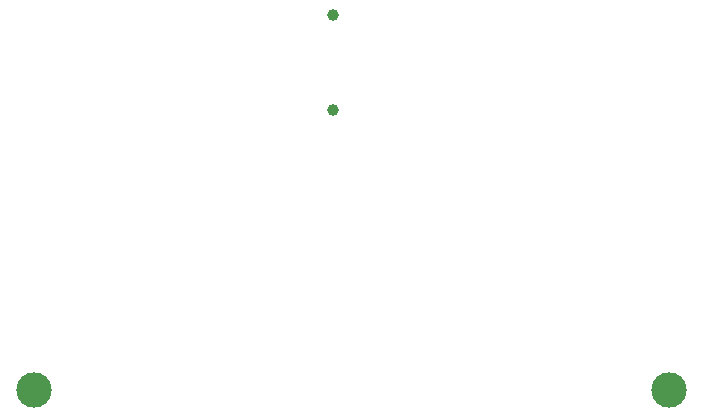
<source format=gbr>
%TF.GenerationSoftware,KiCad,Pcbnew,7.0.8*%
%TF.CreationDate,2023-11-09T12:00:47+01:00*%
%TF.ProjectId,Suspension_telemetry,53757370-656e-4736-996f-6e5f74656c65,rev?*%
%TF.SameCoordinates,Original*%
%TF.FileFunction,NonPlated,1,2,NPTH,Drill*%
%TF.FilePolarity,Positive*%
%FSLAX46Y46*%
G04 Gerber Fmt 4.6, Leading zero omitted, Abs format (unit mm)*
G04 Created by KiCad (PCBNEW 7.0.8) date 2023-11-09 12:00:47*
%MOMM*%
%LPD*%
G01*
G04 APERTURE LIST*
%TA.AperFunction,ComponentDrill*%
%ADD10C,1.000000*%
%TD*%
%TA.AperFunction,ComponentDrill*%
%ADD11C,3.000000*%
%TD*%
G04 APERTURE END LIST*
D10*
%TO.C,J3*%
X106183400Y-78106000D03*
X106183400Y-86106000D03*
D11*
%TO.C,BT2*%
X80910400Y-109855000D03*
X134610400Y-109855000D03*
M02*

</source>
